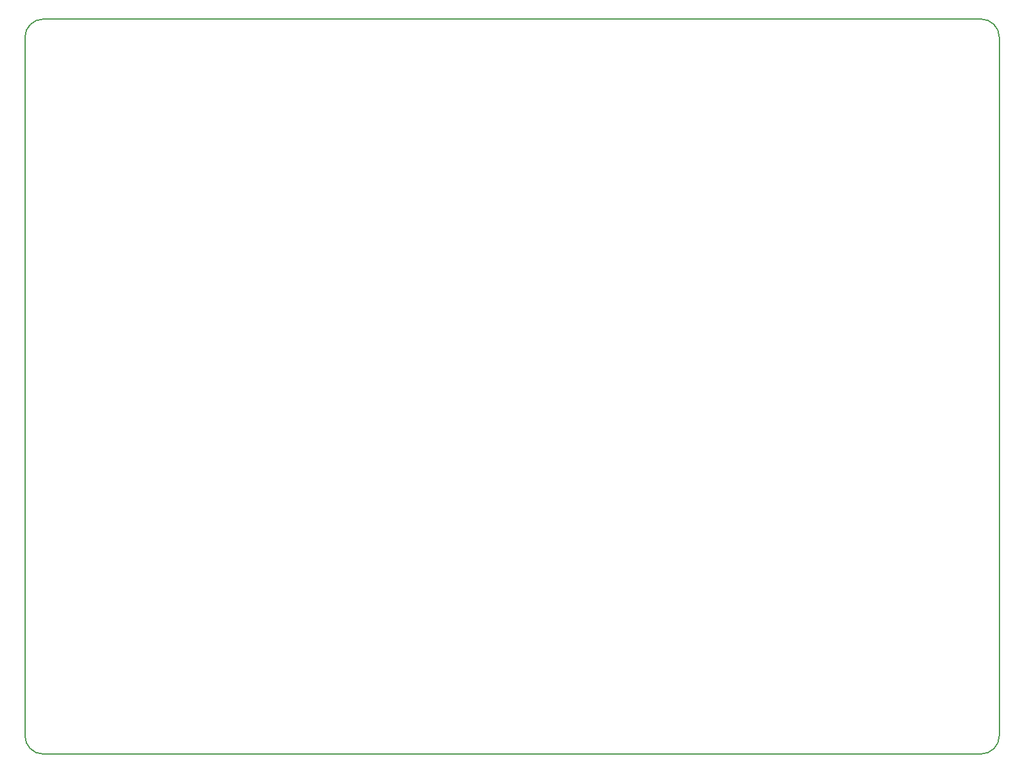
<source format=gbr>
G04 #@! TF.GenerationSoftware,KiCad,Pcbnew,(5.0.2)-1*
G04 #@! TF.CreationDate,2020-01-11T13:29:28-06:00*
G04 #@! TF.ProjectId,TM4C129 Breakout Tester,544d3443-3132-4392-9042-7265616b6f75,rev?*
G04 #@! TF.SameCoordinates,Original*
G04 #@! TF.FileFunction,Profile,NP*
%FSLAX46Y46*%
G04 Gerber Fmt 4.6, Leading zero omitted, Abs format (unit mm)*
G04 Created by KiCad (PCBNEW (5.0.2)-1) date 1/11/2020 1:29:28 PM*
%MOMM*%
%LPD*%
G01*
G04 APERTURE LIST*
%ADD10C,0.150000*%
G04 APERTURE END LIST*
D10*
X181610000Y-54610000D02*
X181610000Y-151130000D01*
X181610000Y-151130000D02*
G75*
G02X179070000Y-153670000I-2540000J0D01*
G01*
X179070000Y-153670000D02*
X49530000Y-153670000D01*
X49530000Y-153670000D02*
G75*
G02X46990000Y-151130000I0J2540000D01*
G01*
X46990000Y-54610000D02*
X46990000Y-151130000D01*
X46990000Y-54610000D02*
G75*
G02X49530000Y-52070000I2540000J0D01*
G01*
X179070000Y-52070000D02*
X49530000Y-52070000D01*
X179070000Y-52070000D02*
G75*
G02X181610000Y-54610000I0J-2540000D01*
G01*
M02*

</source>
